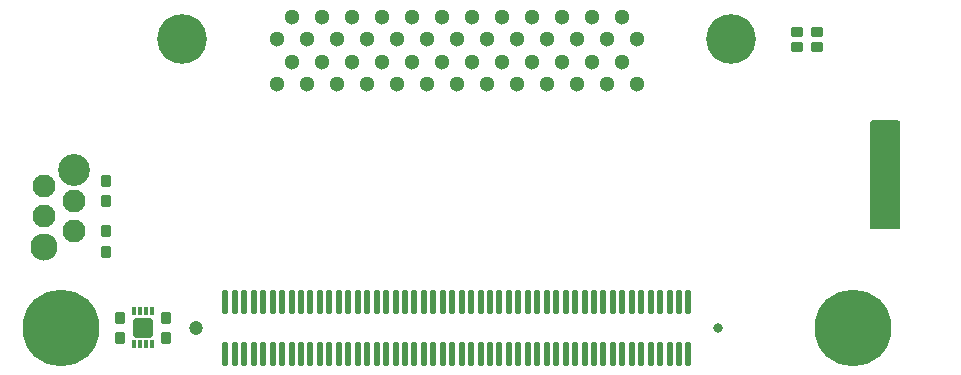
<source format=gts>
G04 #@! TF.GenerationSoftware,KiCad,Pcbnew,8.0.6*
G04 #@! TF.CreationDate,2024-11-07T02:26:42-08:00*
G04 #@! TF.ProjectId,hvd-50-hd,6876642d-3530-42d6-9864-2e6b69636164,1*
G04 #@! TF.SameCoordinates,Original*
G04 #@! TF.FileFunction,Soldermask,Top*
G04 #@! TF.FilePolarity,Negative*
%FSLAX46Y46*%
G04 Gerber Fmt 4.6, Leading zero omitted, Abs format (unit mm)*
G04 Created by KiCad (PCBNEW 8.0.6) date 2024-11-07 02:26:42*
%MOMM*%
%LPD*%
G01*
G04 APERTURE LIST*
G04 Aperture macros list*
%AMRoundRect*
0 Rectangle with rounded corners*
0 $1 Rounding radius*
0 $2 $3 $4 $5 $6 $7 $8 $9 X,Y pos of 4 corners*
0 Add a 4 corners polygon primitive as box body*
4,1,4,$2,$3,$4,$5,$6,$7,$8,$9,$2,$3,0*
0 Add four circle primitives for the rounded corners*
1,1,$1+$1,$2,$3*
1,1,$1+$1,$4,$5*
1,1,$1+$1,$6,$7*
1,1,$1+$1,$8,$9*
0 Add four rect primitives between the rounded corners*
20,1,$1+$1,$2,$3,$4,$5,0*
20,1,$1+$1,$4,$5,$6,$7,0*
20,1,$1+$1,$6,$7,$8,$9,0*
20,1,$1+$1,$8,$9,$2,$3,0*%
G04 Aperture macros list end*
%ADD10C,0.800000*%
%ADD11C,1.200000*%
%ADD12RoundRect,0.125000X0.125000X0.925000X-0.125000X0.925000X-0.125000X-0.925000X0.125000X-0.925000X0*%
%ADD13RoundRect,0.225000X0.225000X-0.275000X0.225000X0.275000X-0.225000X0.275000X-0.225000X-0.275000X0*%
%ADD14RoundRect,0.225000X-0.225000X0.275000X-0.225000X-0.275000X0.225000X-0.275000X0.225000X0.275000X0*%
%ADD15C,6.500000*%
%ADD16RoundRect,0.225000X0.275000X0.225000X-0.275000X0.225000X-0.275000X-0.225000X0.275000X-0.225000X0*%
%ADD17RoundRect,0.225000X-0.275000X-0.225000X0.275000X-0.225000X0.275000X0.225000X-0.275000X0.225000X0*%
%ADD18C,1.300000*%
%ADD19C,4.200000*%
%ADD20RoundRect,0.062500X0.137500X-0.287500X0.137500X0.287500X-0.137500X0.287500X-0.137500X-0.287500X0*%
%ADD21RoundRect,0.265625X0.584375X-0.584375X0.584375X0.584375X-0.584375X0.584375X-0.584375X-0.584375X0*%
%ADD22C,2.300000*%
%ADD23C,2.700000*%
%ADD24C,1.950000*%
G04 APERTURE END LIST*
D10*
G04 #@! TO.C,J1*
X-15400000Y4000000D03*
D11*
X-59600000Y4000000D03*
D12*
X-57100000Y1800000D03*
X-57100000Y6200000D03*
X-56300000Y1800001D03*
X-56300000Y6199999D03*
X-55500000Y1800000D03*
X-55500000Y6200000D03*
X-54700001Y1800000D03*
X-54700001Y6200000D03*
X-53900000Y1800000D03*
X-53900000Y6200000D03*
X-53100000Y1800000D03*
X-53100000Y6200000D03*
X-52299999Y1800000D03*
X-52299999Y6200000D03*
X-51500000Y1800000D03*
X-51500000Y6200000D03*
X-50700000Y1800001D03*
X-50700000Y6199999D03*
X-49900000Y1800000D03*
X-49900000Y6200000D03*
X-49100000Y1800000D03*
X-49100000Y6200000D03*
X-48300000Y1800000D03*
X-48300000Y6200000D03*
X-47500000Y1800000D03*
X-47500000Y6200000D03*
X-46699999Y1800000D03*
X-46699999Y6200000D03*
X-45900000Y1800000D03*
X-45900000Y6200000D03*
X-45100000Y1800001D03*
X-45100000Y6199999D03*
X-44300000Y1800000D03*
X-44300000Y6200000D03*
X-43500000Y1800000D03*
X-43500000Y6200000D03*
X-42700000Y1800000D03*
X-42700000Y6200000D03*
X-41900000Y1800000D03*
X-41900000Y6200000D03*
X-41099999Y1800000D03*
X-41099999Y6200000D03*
X-40300000Y1800000D03*
X-40300000Y6200000D03*
X-39500000Y1800001D03*
X-39500000Y6199999D03*
X-38700000Y1800000D03*
X-38700000Y6200000D03*
X-37900000Y1800000D03*
X-37900000Y6200000D03*
X-37100000Y1800000D03*
X-37100000Y6200000D03*
X-36300000Y1800000D03*
X-36300000Y6200000D03*
X-35500000Y1800001D03*
X-35500000Y6199999D03*
X-34700000Y1800000D03*
X-34700000Y6200000D03*
X-33900001Y1800000D03*
X-33900001Y6200000D03*
X-33100000Y1800000D03*
X-33100000Y6200000D03*
X-32300000Y1800000D03*
X-32300000Y6200000D03*
X-31500000Y1800000D03*
X-31500000Y6200000D03*
X-30700000Y1800000D03*
X-30700000Y6200000D03*
X-29900000Y1800001D03*
X-29900000Y6199999D03*
X-29100000Y1800000D03*
X-29100000Y6200000D03*
X-28300001Y1800000D03*
X-28300001Y6200000D03*
X-27500000Y1800000D03*
X-27500000Y6200000D03*
X-26700000Y1800000D03*
X-26700000Y6200000D03*
X-25900000Y1800000D03*
X-25900000Y6200000D03*
X-25100000Y1800000D03*
X-25100000Y6200000D03*
X-24300000Y1800001D03*
X-24300000Y6199999D03*
X-23500000Y1800000D03*
X-23500000Y6200000D03*
X-22700001Y1800000D03*
X-22700001Y6200000D03*
X-21900000Y1800000D03*
X-21900000Y6200000D03*
X-21100000Y1800000D03*
X-21100000Y6200000D03*
X-20299999Y1800000D03*
X-20299999Y6200000D03*
X-19500000Y1800000D03*
X-19500000Y6200000D03*
X-18700000Y1800001D03*
X-18700000Y6199999D03*
X-17900000Y1800000D03*
X-17900000Y6200000D03*
G04 #@! TD*
D13*
G04 #@! TO.C,R3*
X-67200000Y10450000D03*
X-67200000Y12150000D03*
G04 #@! TD*
D14*
G04 #@! TO.C,R2*
X-67200000Y16450000D03*
X-67200000Y14750000D03*
G04 #@! TD*
D13*
G04 #@! TO.C,C1*
X-66050000Y3150000D03*
X-66050000Y4850000D03*
G04 #@! TD*
D15*
G04 #@! TO.C,H4*
X-4000000Y4000000D03*
G04 #@! TD*
D16*
G04 #@! TO.C,R4*
X-7050000Y27750000D03*
X-8750000Y27750000D03*
G04 #@! TD*
D17*
G04 #@! TO.C,C2*
X-8750000Y29050000D03*
X-7050000Y29050000D03*
G04 #@! TD*
D18*
G04 #@! TO.C,J5*
X-52740001Y24606000D03*
X-51470000Y26511001D03*
X-50200000Y24606000D03*
X-48930001Y26511001D03*
X-47659999Y24606000D03*
X-46390000Y26510998D03*
X-45119999Y24606000D03*
X-43850001Y26511001D03*
X-42579998Y24606000D03*
X-41310001Y26511001D03*
X-40039997Y24606000D03*
X-38770000Y26511001D03*
X-37500000Y24606000D03*
X-36229999Y26510998D03*
X-34959999Y24606000D03*
X-33690000Y26510998D03*
X-32419998Y24606000D03*
X-31149999Y26511001D03*
X-29880001Y24606000D03*
X-28610000Y26511001D03*
X-27340000Y24606000D03*
X-26070000Y26511001D03*
X-24799999Y24606000D03*
X-23530000Y26510998D03*
X-22259999Y24606000D03*
X-52740002Y28416000D03*
X-51470000Y30320999D03*
X-50200002Y28415999D03*
X-48929998Y30320999D03*
X-47660000Y28415999D03*
X-46389999Y30320999D03*
X-45120000Y28415999D03*
X-43849998Y30320999D03*
X-42580001Y28415999D03*
X-41309999Y30320999D03*
X-40040000Y28416000D03*
X-38770000Y30320999D03*
X-37500000Y28415999D03*
X-36229999Y30320999D03*
X-34960002Y28415999D03*
X-33689997Y30320999D03*
X-32420000Y28415999D03*
X-31149999Y30320999D03*
X-29880002Y28416000D03*
X-28610000Y30320998D03*
X-27340002Y28415999D03*
X-26069998Y30320999D03*
X-24800000Y28415999D03*
X-23529999Y30320999D03*
X-22260000Y28415999D03*
D19*
X-14258999Y28415999D03*
X-60741000Y28415999D03*
G04 #@! TD*
D13*
G04 #@! TO.C,R1*
X-62150000Y3150000D03*
X-62150000Y4850000D03*
G04 #@! TD*
D20*
G04 #@! TO.C,U1*
X-64850001Y2600000D03*
X-64350000Y2600000D03*
X-63850000Y2600000D03*
X-63349999Y2600000D03*
X-63349999Y5400000D03*
X-63850000Y5400000D03*
X-64350000Y5400000D03*
X-64850001Y5400000D03*
D21*
X-64100000Y4000000D03*
G04 #@! TD*
D22*
G04 #@! TO.C,J3*
X-72440000Y10870000D03*
D23*
X-69900000Y17340000D03*
D24*
X-72440000Y16010000D03*
X-69900000Y14740000D03*
X-72440000Y13470000D03*
X-69900000Y12200000D03*
G04 #@! TD*
D15*
G04 #@! TO.C,H3*
X-71000000Y4000000D03*
G04 #@! TD*
G36*
X-56961Y21530315D02*
G01*
X-11206Y21477511D01*
X0Y21426000D01*
X0Y12474000D01*
X-19685Y12406961D01*
X-72489Y12361206D01*
X-124000Y12350000D01*
X-2376000Y12350000D01*
X-2443039Y12369685D01*
X-2488794Y12422489D01*
X-2500000Y12474000D01*
X-2500000Y21426000D01*
X-2480315Y21493039D01*
X-2427511Y21538794D01*
X-2376000Y21550000D01*
X-124000Y21550000D01*
X-56961Y21530315D01*
G37*
M02*

</source>
